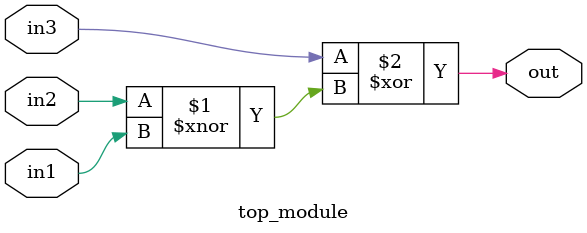
<source format=v>
module top_module (
    input in1,
    input in2,
    input in3,
    output out);
	
    assign out = in3 ^ (in2 ^~ in1);
endmodule

</source>
